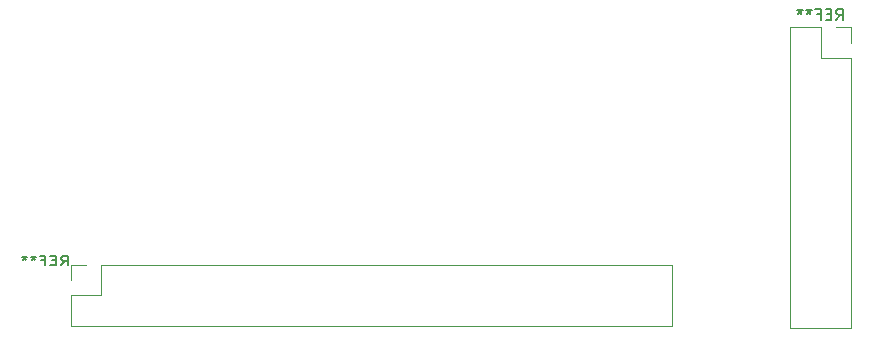
<source format=gbo>
%TF.GenerationSoftware,KiCad,Pcbnew,8.0.8*%
%TF.CreationDate,2025-02-15T01:37:48-07:00*%
%TF.ProjectId,ECE Capstone PCB Design,45434520-4361-4707-9374-6f6e65205043,rev?*%
%TF.SameCoordinates,Original*%
%TF.FileFunction,Legend,Bot*%
%TF.FilePolarity,Positive*%
%FSLAX46Y46*%
G04 Gerber Fmt 4.6, Leading zero omitted, Abs format (unit mm)*
G04 Created by KiCad (PCBNEW 8.0.8) date 2025-02-15 01:37:48*
%MOMM*%
%LPD*%
G01*
G04 APERTURE LIST*
%ADD10C,0.150000*%
%ADD11C,0.120000*%
%ADD12C,5.400000*%
%ADD13R,1.700000X1.700000*%
%ADD14O,1.700000X1.700000*%
G04 APERTURE END LIST*
D10*
X202823207Y-137232295D02*
X203156540Y-136851342D01*
X203394635Y-137232295D02*
X203394635Y-136432295D01*
X203394635Y-136432295D02*
X203013683Y-136432295D01*
X203013683Y-136432295D02*
X202918445Y-136470390D01*
X202918445Y-136470390D02*
X202870826Y-136508485D01*
X202870826Y-136508485D02*
X202823207Y-136584676D01*
X202823207Y-136584676D02*
X202823207Y-136698961D01*
X202823207Y-136698961D02*
X202870826Y-136775152D01*
X202870826Y-136775152D02*
X202918445Y-136813247D01*
X202918445Y-136813247D02*
X203013683Y-136851342D01*
X203013683Y-136851342D02*
X203394635Y-136851342D01*
X202394635Y-136813247D02*
X202061302Y-136813247D01*
X201918445Y-137232295D02*
X202394635Y-137232295D01*
X202394635Y-137232295D02*
X202394635Y-136432295D01*
X202394635Y-136432295D02*
X201918445Y-136432295D01*
X201156540Y-136813247D02*
X201489873Y-136813247D01*
X201489873Y-137232295D02*
X201489873Y-136432295D01*
X201489873Y-136432295D02*
X201013683Y-136432295D01*
X200489873Y-136432295D02*
X200489873Y-136622771D01*
X200727968Y-136546580D02*
X200489873Y-136622771D01*
X200489873Y-136622771D02*
X200251778Y-136546580D01*
X200632730Y-136775152D02*
X200489873Y-136622771D01*
X200489873Y-136622771D02*
X200347016Y-136775152D01*
X199727968Y-136432295D02*
X199727968Y-136622771D01*
X199966063Y-136546580D02*
X199727968Y-136622771D01*
X199727968Y-136622771D02*
X199489873Y-136546580D01*
X199870825Y-136775152D02*
X199727968Y-136622771D01*
X199727968Y-136622771D02*
X199585111Y-136775152D01*
X268463333Y-116514819D02*
X268796666Y-116038628D01*
X269034761Y-116514819D02*
X269034761Y-115514819D01*
X269034761Y-115514819D02*
X268653809Y-115514819D01*
X268653809Y-115514819D02*
X268558571Y-115562438D01*
X268558571Y-115562438D02*
X268510952Y-115610057D01*
X268510952Y-115610057D02*
X268463333Y-115705295D01*
X268463333Y-115705295D02*
X268463333Y-115848152D01*
X268463333Y-115848152D02*
X268510952Y-115943390D01*
X268510952Y-115943390D02*
X268558571Y-115991009D01*
X268558571Y-115991009D02*
X268653809Y-116038628D01*
X268653809Y-116038628D02*
X269034761Y-116038628D01*
X268034761Y-115991009D02*
X267701428Y-115991009D01*
X267558571Y-116514819D02*
X268034761Y-116514819D01*
X268034761Y-116514819D02*
X268034761Y-115514819D01*
X268034761Y-115514819D02*
X267558571Y-115514819D01*
X266796666Y-115991009D02*
X267129999Y-115991009D01*
X267129999Y-116514819D02*
X267129999Y-115514819D01*
X267129999Y-115514819D02*
X266653809Y-115514819D01*
X266129999Y-115514819D02*
X266129999Y-115752914D01*
X266368094Y-115657676D02*
X266129999Y-115752914D01*
X266129999Y-115752914D02*
X265891904Y-115657676D01*
X266272856Y-115943390D02*
X266129999Y-115752914D01*
X266129999Y-115752914D02*
X265987142Y-115943390D01*
X265368094Y-115514819D02*
X265368094Y-115752914D01*
X265606189Y-115657676D02*
X265368094Y-115752914D01*
X265368094Y-115752914D02*
X265129999Y-115657676D01*
X265510951Y-115943390D02*
X265368094Y-115752914D01*
X265368094Y-115752914D02*
X265225237Y-115943390D01*
D11*
%TO.C,REF\u002A\u002A*%
X203644900Y-137195000D02*
X204974900Y-137195000D01*
X203644900Y-138525000D02*
X203644900Y-137195000D01*
X203644900Y-139795000D02*
X206244900Y-139795000D01*
X203644900Y-142395000D02*
X203644900Y-139795000D01*
X206244900Y-139795000D02*
X206244900Y-137195000D01*
X254564900Y-137195000D02*
X206244900Y-137195000D01*
X254564900Y-142395000D02*
X203644900Y-142395000D01*
X254564900Y-142395000D02*
X254564900Y-137195000D01*
X264530000Y-117060000D02*
X267130000Y-117060000D01*
X264530000Y-142580000D02*
X264530000Y-117060000D01*
X264530000Y-142580000D02*
X269730000Y-142580000D01*
X267130000Y-117060000D02*
X267130000Y-119660000D01*
X267130000Y-119660000D02*
X269730000Y-119660000D01*
X268400000Y-117060000D02*
X269730000Y-117060000D01*
X269730000Y-117060000D02*
X269730000Y-118390000D01*
X269730000Y-142580000D02*
X269730000Y-119660000D01*
%TD*%
%LPC*%
D12*
%TO.C,*%
X258174874Y-116750000D03*
%TD*%
D13*
%TO.C,REF\u002A\u002A*%
X204974900Y-138525000D03*
D14*
X204974900Y-141065000D03*
X207514900Y-138525000D03*
X207514900Y-141065000D03*
X210054900Y-138525000D03*
X210054900Y-141065000D03*
X212594900Y-138525000D03*
X212594900Y-141065000D03*
X215134900Y-138525000D03*
X215134900Y-141065000D03*
X217674900Y-138525000D03*
X217674900Y-141065000D03*
X220214900Y-138525000D03*
X220214900Y-141065000D03*
X222754900Y-138525000D03*
X222754900Y-141065000D03*
X225294900Y-138525000D03*
X225294900Y-141065000D03*
X227834900Y-138525000D03*
X227834900Y-141065000D03*
X230374900Y-138525000D03*
X230374900Y-141065000D03*
X232914900Y-138525000D03*
X232914900Y-141065000D03*
X235454900Y-138525000D03*
X235454900Y-141065000D03*
X237994900Y-138525000D03*
X237994900Y-141065000D03*
X240534900Y-138525000D03*
X240534900Y-141065000D03*
X243074900Y-138525000D03*
X243074900Y-141065000D03*
X245614900Y-138525000D03*
X245614900Y-141065000D03*
X248154900Y-138525000D03*
X248154900Y-141065000D03*
X250694900Y-138525000D03*
X250694900Y-141065000D03*
X253234900Y-138525000D03*
X253234900Y-141065000D03*
%TD*%
D13*
%TO.C,REF\u002A\u002A*%
X268400000Y-118390000D03*
D14*
X265860000Y-118390000D03*
X268400000Y-120930000D03*
X265860000Y-120930000D03*
X268400000Y-123470000D03*
X265860000Y-123470000D03*
X268400000Y-126010000D03*
X265860000Y-126010000D03*
X268400000Y-128550000D03*
X265860000Y-128550000D03*
X268400000Y-131090000D03*
X265860000Y-131090000D03*
X268400000Y-133630000D03*
X265860000Y-133630000D03*
X268400000Y-136170000D03*
X265860000Y-136170000D03*
X268400000Y-138710000D03*
X265860000Y-138710000D03*
X268400000Y-141250000D03*
X265860000Y-141250000D03*
%TD*%
D12*
%TO.C,*%
X258149874Y-139750000D03*
%TD*%
%TO.C,*%
X200149874Y-139750000D03*
%TD*%
%LPD*%
M02*

</source>
